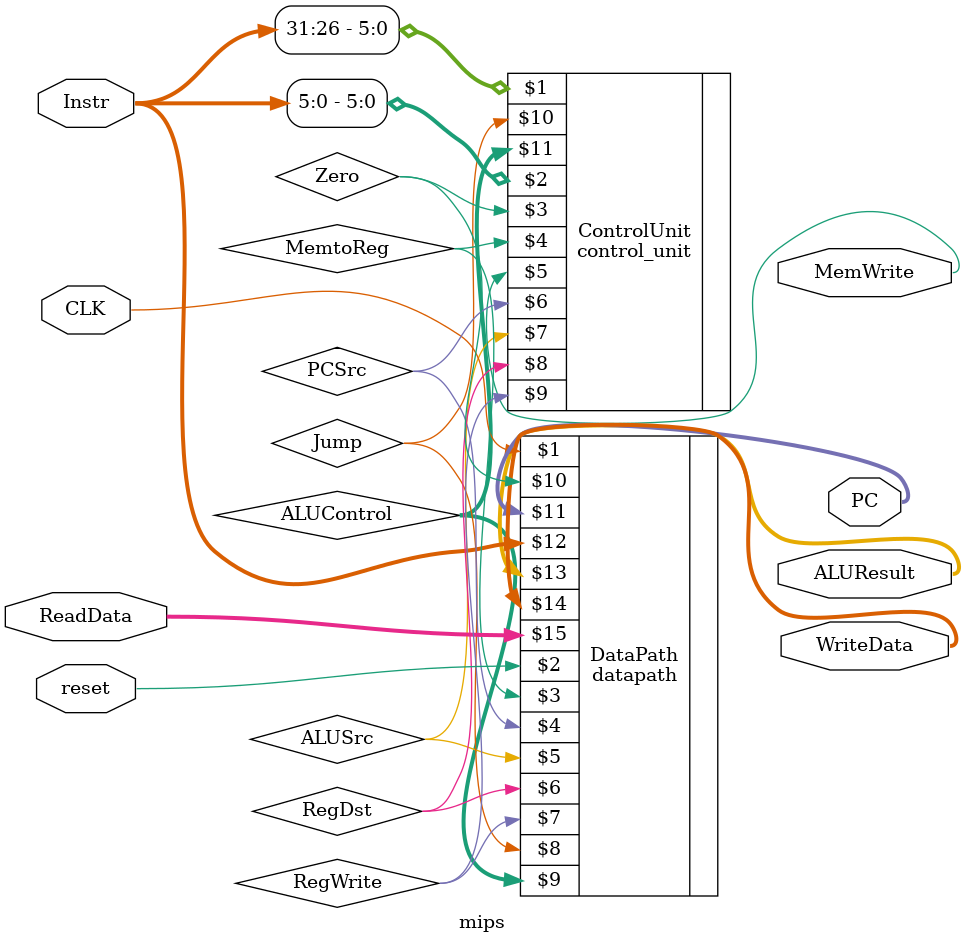
<source format=sv>
`timescale 1ns / 1ps

module mips(
    input logic CLK,reset,
    output logic [31:0]PC,
    input logic [31:0]Instr,
    output logic MemWrite,
    output logic [31:0] ALUResult,WriteData,
    input logic [31:0] ReadData
    );
    
    logic MemtoReg,Alusrc,RegDst,RegWrite,Jump,PCRsc,Zero;
    logic [2:0]ALUControl;
    control_unit ControlUnit(Instr[31:26],Instr[5:0],Zero,MemtoReg,MemWrite,
        PCSrc,ALUSrc,RegDst,RegWrite,Jump,ALUControl);
    datapath DataPath(CLK,reset,MemtoReg,PCSrc,ALUSrc,RegDst,
        RegWrite,Jump,ALUControl,Zero,PC,Instr,ALUResult,WriteData,ReadData);
endmodule

</source>
